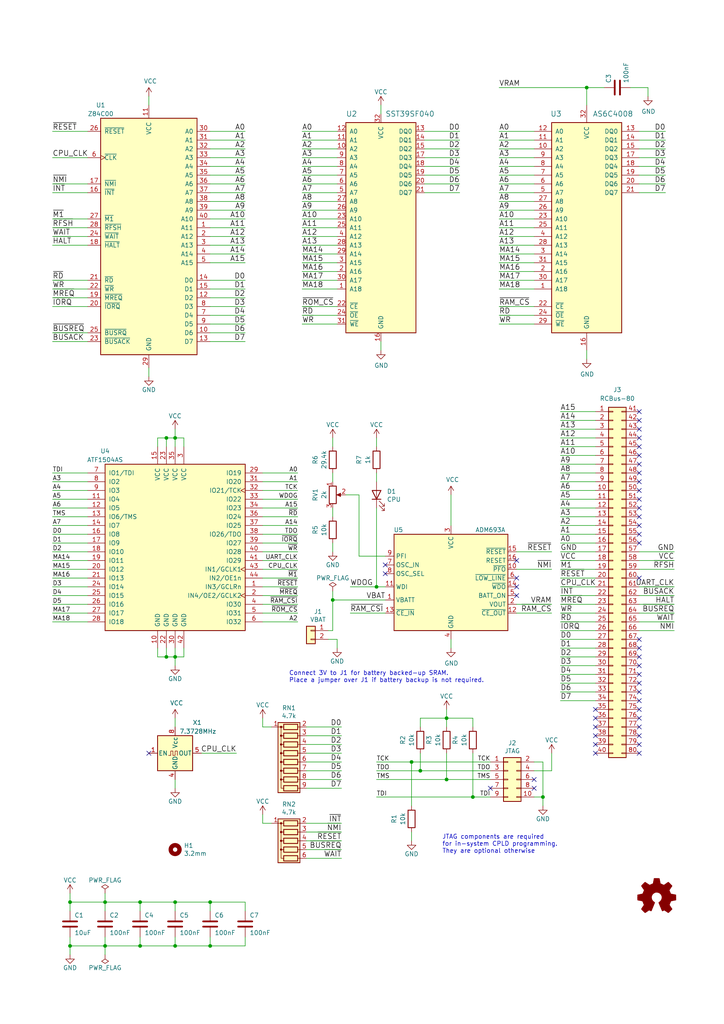
<source format=kicad_sch>
(kicad_sch (version 20211123) (generator eeschema)
  (paper "A4" portrait)
  (title_block (title "Z80-512K: RCBus Z80 CPU and Memory Module") (date "2024-01-03") (rev "2.0") (company "Designed by Sergey Kiselev") (comment 2 "Licensed under CERN-OHL-S: https://cern-ohl.web.cern.ch") (comment 3 "Documentation and design files: https://github.com/skiselev/Z80-512K") (comment 4 "Z80-512K is an open source hardware project"))
  (lib_symbols
    (symbol "CPU:Z80CPU" (pin_names (offset 1.016))
      (property "Reference" "U" (at -13.97 35.56 0))
      (property "Value" "Z80CPU" (at 6.35 35.56 0))
      (symbol "Z80CPU_1_1"
        (pin output line (at 17.78 2.54 180) (length 3.81) (name "A11") (number "1"))
        (pin bidirectional line (at 17.78 -27.94 180) (length 3.81) (name "D6") (number "10"))
        (pin power_in line (at 0 38.1 270) (length 3.81) (name "VCC") (number "11"))
        (pin bidirectional line (at 17.78 -17.78 180) (length 3.81) (name "D2") (number "12"))
        (pin bidirectional line (at 17.78 -30.48 180) (length 3.81) (name "D7") (number "13"))
        (pin bidirectional line (at 17.78 -12.7 180) (length 3.81) (name "D0") (number "14"))
        (pin bidirectional line (at 17.78 -15.24 180) (length 3.81) (name "D1") (number "15"))
        (pin input line (at -17.78 12.7 0) (length 3.81) (name "~{INT}") (number "16"))
        (pin input line (at -17.78 15.24 0) (length 3.81) (name "~{NMI}") (number "17"))
        (pin output line (at -17.78 -2.54 0) (length 3.81) (name "~{HALT}") (number "18"))
        (pin output line (at -17.78 -17.78 0) (length 3.81) (name "~{MREQ}") (number "19"))
        (pin output line (at 17.78 0 180) (length 3.81) (name "A12") (number "2"))
        (pin output line (at -17.78 -20.32 0) (length 3.81) (name "~{IORQ}") (number "20"))
        (pin output line (at -17.78 -12.7 0) (length 3.81) (name "~{RD}") (number "21"))
        (pin output line (at -17.78 -15.24 0) (length 3.81) (name "~{WR}") (number "22"))
        (pin output line (at -17.78 -30.48 0) (length 3.81) (name "~{BUSACK}") (number "23"))
        (pin input line (at -17.78 0 0) (length 3.81) (name "~{WAIT}") (number "24"))
        (pin input line (at -17.78 -27.94 0) (length 3.81) (name "~{BUSRQ}") (number "25"))
        (pin input line (at -17.78 30.48 0) (length 3.81) (name "~{RESET}") (number "26"))
        (pin output line (at -17.78 5.08 0) (length 3.81) (name "~{M1}") (number "27"))
        (pin output line (at -17.78 2.54 0) (length 3.81) (name "~{RFSH}") (number "28"))
        (pin power_in line (at 0 -38.1 90) (length 3.81) (name "GND") (number "29"))
        (pin output line (at 17.78 -2.54 180) (length 3.81) (name "A13") (number "3"))
        (pin output line (at 17.78 30.48 180) (length 3.81) (name "A0") (number "30"))
        (pin output line (at 17.78 27.94 180) (length 3.81) (name "A1") (number "31"))
        (pin output line (at 17.78 25.4 180) (length 3.81) (name "A2") (number "32"))
        (pin output line (at 17.78 22.86 180) (length 3.81) (name "A3") (number "33"))
        (pin output line (at 17.78 20.32 180) (length 3.81) (name "A4") (number "34"))
        (pin output line (at 17.78 17.78 180) (length 3.81) (name "A5") (number "35"))
        (pin output line (at 17.78 15.24 180) (length 3.81) (name "A6") (number "36"))
        (pin output line (at 17.78 12.7 180) (length 3.81) (name "A7") (number "37"))
        (pin output line (at 17.78 10.16 180) (length 3.81) (name "A8") (number "38"))
        (pin output line (at 17.78 7.62 180) (length 3.81) (name "A9") (number "39"))
        (pin output line (at 17.78 -5.08 180) (length 3.81) (name "A14") (number "4"))
        (pin output line (at 17.78 5.08 180) (length 3.81) (name "A10") (number "40"))
        (pin output line (at 17.78 -7.62 180) (length 3.81) (name "A15") (number "5"))
        (pin input clock (at -17.78 22.86 0) (length 3.81) (name "~{CLK}") (number "6"))
        (pin bidirectional line (at 17.78 -22.86 180) (length 3.81) (name "D4") (number "7"))
        (pin bidirectional line (at 17.78 -20.32 180) (length 3.81) (name "D3") (number "8"))
        (pin bidirectional line (at 17.78 -25.4 180) (length 3.81) (name "D5") (number "9"))
      )
    )
    (symbol "Connector_Generic:Conn_01x02" (pin_names (offset 1.016) hide)
      (property "Reference" "J" (at 0 2.54 0))
      (property "Value" "Conn_01x02" (at 0 -5.08 0))
      (symbol "Conn_01x02_1_1"
        (pin passive line (at -5.08 0 0) (length 3.81) (name "Pin_1") (number "1"))
        (pin passive line (at -5.08 -2.54 0) (length 3.81) (name "Pin_2") (number "2"))
      )
    )
    (symbol "Connector_Generic:Conn_02x05_Odd_Even" (pin_names (offset 1.016) hide)
      (property "Reference" "J" (at 1.27 7.62 0))
      (property "Value" "Conn_02x05_Odd_Even" (at 1.27 -7.62 0))
      (symbol "Conn_02x05_Odd_Even_1_1"
        (pin passive line (at -5.08 5.08 0) (length 3.81) (name "Pin_1") (number "1"))
        (pin passive line (at 7.62 -5.08 180) (length 3.81) (name "Pin_10") (number "10"))
        (pin passive line (at 7.62 5.08 180) (length 3.81) (name "Pin_2") (number "2"))
        (pin passive line (at -5.08 2.54 0) (length 3.81) (name "Pin_3") (number "3"))
        (pin passive line (at 7.62 2.54 180) (length 3.81) (name "Pin_4") (number "4"))
        (pin passive line (at -5.08 0 0) (length 3.81) (name "Pin_5") (number "5"))
        (pin passive line (at 7.62 0 180) (length 3.81) (name "Pin_6") (number "6"))
        (pin passive line (at -5.08 -2.54 0) (length 3.81) (name "Pin_7") (number "7"))
        (pin passive line (at 7.62 -2.54 180) (length 3.81) (name "Pin_8") (number "8"))
        (pin passive line (at -5.08 -5.08 0) (length 3.81) (name "Pin_9") (number "9"))
      )
    )
    (symbol "Connector_Generic:Conn_02x40_Top_Bottom" (pin_names (offset 1.016) hide)
      (property "Reference" "J" (at 1.27 50.8 0))
      (property "Value" "Conn_02x40_Top_Bottom" (at 1.27 -53.34 0))
      (symbol "Conn_02x40_Top_Bottom_1_1"
        (pin passive line (at -5.08 48.26 0) (length 3.81) (name "Pin_1") (number "1"))
        (pin passive line (at -5.08 25.4 0) (length 3.81) (name "Pin_10") (number "10"))
        (pin passive line (at -5.08 22.86 0) (length 3.81) (name "Pin_11") (number "11"))
        (pin passive line (at -5.08 20.32 0) (length 3.81) (name "Pin_12") (number "12"))
        (pin passive line (at -5.08 17.78 0) (length 3.81) (name "Pin_13") (number "13"))
        (pin passive line (at -5.08 15.24 0) (length 3.81) (name "Pin_14") (number "14"))
        (pin passive line (at -5.08 12.7 0) (length 3.81) (name "Pin_15") (number "15"))
        (pin passive line (at -5.08 10.16 0) (length 3.81) (name "Pin_16") (number "16"))
        (pin passive line (at -5.08 7.62 0) (length 3.81) (name "Pin_17") (number "17"))
        (pin passive line (at -5.08 5.08 0) (length 3.81) (name "Pin_18") (number "18"))
        (pin passive line (at -5.08 2.54 0) (length 3.81) (name "Pin_19") (number "19"))
        (pin passive line (at -5.08 45.72 0) (length 3.81) (name "Pin_2") (number "2"))
        (pin passive line (at -5.08 0 0) (length 3.81) (name "Pin_20") (number "20"))
        (pin passive line (at -5.08 -2.54 0) (length 3.81) (name "Pin_21") (number "21"))
        (pin passive line (at -5.08 -5.08 0) (length 3.81) (name "Pin_22") (number "22"))
        (pin passive line (at -5.08 -7.62 0) (length 3.81) (name "Pin_23") (number "23"))
        (pin passive line (at -5.08 -10.16 0) (length 3.81) (name "Pin_24") (number "24"))
        (pin passive line (at -5.08 -12.7 0) (length 3.81) (name "Pin_25") (number "25"))
        (pin passive line (at -5.08 -15.24 0) (length 3.81) (name "Pin_26") (number "26"))
        (pin passive line (at -5.08 -17.78 0) (length 3.81) (name "Pin_27") (number "27"))
        (pin passive line (at -5.08 -20.32 0) (length 3.81) (name "Pin_28") (number "28"))
        (pin passive line (at -5.08 -22.86 0) (length 3.81) (name "Pin_29") (number "29"))
        (pin passive line (at -5.08 43.18 0) (length 3.81) (name "Pin_3") (number "3"))
        (pin passive line (at -5.08 -25.4 0) (length 3.81) (name "Pin_30") (number "30"))
        (pin passive line (at -5.08 -27.94 0) (length 3.81) (name "Pin_31") (number "31"))
        (pin passive line (at -5.08 -30.48 0) (length 3.81) (name "Pin_32") (number "32"))
        (pin passive line (at -5.08 -33.02 0) (length 3.81) (name "Pin_33") (number "33"))
        (pin passive line (at -5.08 -35.56 0) (length 3.81) (name "Pin_34") (number "34"))
        (pin passive line (at -5.08 -38.1 0) (length 3.81) (name "Pin_35") (number "35"))
        (pin passive line (at -5.08 -40.64 0) (length 3.81) (name "Pin_36") (number "36"))
        (pin passive line (at -5.08 -43.18 0) (length 3.81) (name "Pin_37") (number "37"))
        (pin passive line (at -5.08 -45.72 0) (length 3.81) (name "Pin_38") (number "38"))
        (pin passive line (at -5.08 -48.26 0) (length 3.81) (name "Pin_39") (number "39"))
        (pin passive line (at -5.08 40.64 0) (length 3.81) (name "Pin_4") (number "4"))
        (pin passive line (at -5.08 -50.8 0) (length 3.81) (name "Pin_40") (number "40"))
        (pin passive line (at 7.62 48.26 180) (length 3.81) (name "Pin_41") (number "41"))
        (pin passive line (at 7.62 45.72 180) (length 3.81) (name "Pin_42") (number "42"))
        (pin passive line (at 7.62 43.18 180) (length 3.81) (name "Pin_43") (number "43"))
        (pin passive line (at 7.62 40.64 180) (length 3.81) (name "Pin_44") (number "44"))
        (pin passive line (at 7.62 38.1 180) (length 3.81) (name "Pin_45") (number "45"))
        (pin passive line (at 7.62 35.56 180) (length 3.81) (name "Pin_46") (number "46"))
        (pin passive line (at 7.62 33.02 180) (length 3.81) (name "Pin_47") (number "47"))
        (pin passive line (at 7.62 30.48 180) (length 3.81) (name "Pin_48") (number "48"))
        (pin passive line (at 7.62 27.94 180) (length 3.81) (name "Pin_49") (number "49"))
        (pin passive line (at -5.08 38.1 0) (length 3.81) (name "Pin_5") (number "5"))
        (pin passive line (at 7.62 25.4 180) (length 3.81) (name "Pin_50") (number "50"))
        (pin passive line (at 7.62 22.86 180) (length 3.81) (name "Pin_51") (number "51"))
        (pin passive line (at 7.62 20.32 180) (length 3.81) (name "Pin_52") (number "52"))
        (pin passive line (at 7.62 17.78 180) (length 3.81) (name "Pin_53") (number "53"))
        (pin passive line (at 7.62 15.24 180) (length 3.81) (name "Pin_54") (number "54"))
        (pin passive line (at 7.62 12.7 180) (length 3.81) (name "Pin_55") (number "55"))
        (pin passive line (at 7.62 10.16 180) (length 3.81) (name "Pin_56") (number "56"))
        (pin passive line (at 7.62 7.62 180) (length 3.81) (name "Pin_57") (number "57"))
        (pin passive line (at 7.62 5.08 180) (length 3.81) (name "Pin_58") (number "58"))
        (pin passive line (at 7.62 2.54 180) (length 3.81) (name "Pin_59") (number "59"))
        (pin passive line (at -5.08 35.56 0) (length 3.81) (name "Pin_6") (number "6"))
        (pin passive line (at 7.62 0 180) (length 3.81) (name "Pin_60") (number "60"))
        (pin passive line (at 7.62 -2.54 180) (length 3.81) (name "Pin_61") (number "61"))
        (pin passive line (at 7.62 -5.08 180) (length 3.81) (name "Pin_62") (number "62"))
        (pin passive line (at 7.62 -7.62 180) (length 3.81) (name "Pin_63") (number "63"))
        (pin passive line (at 7.62 -10.16 180) (length 3.81) (name "Pin_64") (number "64"))
        (pin passive line (at 7.62 -12.7 180) (length 3.81) (name "Pin_65") (number "65"))
        (pin passive line (at 7.62 -15.24 180) (length 3.81) (name "Pin_66") (number "66"))
        (pin passive line (at 7.62 -17.78 180) (length 3.81) (name "Pin_67") (number "67"))
        (pin passive line (at 7.62 -20.32 180) (length 3.81) (name "Pin_68") (number "68"))
        (pin passive line (at 7.62 -22.86 180) (length 3.81) (name "Pin_69") (number "69"))
        (pin passive line (at -5.08 33.02 0) (length 3.81) (name "Pin_7") (number "7"))
        (pin passive line (at 7.62 -25.4 180) (length 3.81) (name "Pin_70") (number "70"))
        (pin passive line (at 7.62 -27.94 180) (length 3.81) (name "Pin_71") (number "71"))
        (pin passive line (at 7.62 -30.48 180) (length 3.81) (name "Pin_72") (number "72"))
        (pin passive line (at 7.62 -33.02 180) (length 3.81) (name "Pin_73") (number "73"))
        (pin passive line (at 7.62 -35.56 180) (length 3.81) (name "Pin_74") (number "74"))
        (pin passive line (at 7.62 -38.1 180) (length 3.81) (name "Pin_75") (number "75"))
        (pin passive line (at 7.62 -40.64 180) (length 3.81) (name "Pin_76") (number "76"))
        (pin passive line (at 7.62 -43.18 180) (length 3.81) (name "Pin_77") (number "77"))
        (pin passive line (at 7.62 -45.72 180) (length 3.81) (name "Pin_78") (number "78"))
        (pin passive line (at 7.62 -48.26 180) (length 3.81) (name "Pin_79") (number "79"))
        (pin passive line (at -5.08 30.48 0) (length 3.81) (name "Pin_8") (number "8"))
        (pin passive line (at 7.62 -50.8 180) (length 3.81) (name "Pin_80") (number "80"))
        (pin passive line (at -5.08 27.94 0) (length 3.81) (name "Pin_9") (number "9"))
      )
    )
    (symbol "Device:C" (pin_numbers hide) (pin_names (offset 0.254))
      (property "Reference" "C" (at 0.635 2.54 0))
      (property "Value" "C" (at 0.635 -2.54 0))
      (symbol "C_1_1"
        (pin passive line (at 0 3.81 270) (length 2.794) (name "~") (number "1"))
        (pin passive line (at 0 -3.81 90) (length 2.794) (name "~") (number "2"))
      )
    )
    (symbol "Device:LED" (pin_numbers hide) (pin_names (offset 1.016) hide)
      (property "Reference" "D" (at 0 2.54 0))
      (property "Value" "LED" (at 0 -2.54 0))
      (symbol "LED_1_1"
        (pin passive line (at -3.81 0 0) (length 2.54) (name "K") (number "1"))
        (pin passive line (at 3.81 0 180) (length 2.54) (name "A") (number "2"))
      )
    )
    (symbol "Device:R" (pin_numbers hide) (pin_names (offset 0))
      (property "Reference" "R" (at 2.032 0 90))
      (property "Value" "R" (at 0 0 90))
      (symbol "R_1_1"
        (pin passive line (at 0 3.81 270) (length 1.27) (name "~") (number "1"))
        (pin passive line (at 0 -3.81 90) (length 1.27) (name "~") (number "2"))
      )
    )
    (symbol "Device:R_Network05" (pin_names (offset 0) hide)
      (property "Reference" "RN" (at -7.62 0 90))
      (property "Value" "R_Network05" (at 7.62 0 90))
      (symbol "R_Network05_1_1"
        (pin passive line (at -5.08 5.08 270) (length 2.54) (name "common") (number "1"))
        (pin passive line (at -5.08 -5.08 90) (length 1.27) (name "R1") (number "2"))
        (pin passive line (at -2.54 -5.08 90) (length 1.27) (name "R2") (number "3"))
        (pin passive line (at 0 -5.08 90) (length 1.27) (name "R3") (number "4"))
        (pin passive line (at 2.54 -5.08 90) (length 1.27) (name "R4") (number "5"))
        (pin passive line (at 5.08 -5.08 90) (length 1.27) (name "R5") (number "6"))
      )
    )
    (symbol "Device:R_Network08" (pin_names (offset 0) hide)
      (property "Reference" "RN" (at -12.7 0 90))
      (property "Value" "R_Network08" (at 10.16 0 90))
      (symbol "R_Network08_1_1"
        (pin passive line (at -10.16 5.08 270) (length 2.54) (name "common") (number "1"))
        (pin passive line (at -10.16 -5.08 90) (length 1.27) (name "R1") (number "2"))
        (pin passive line (at -7.62 -5.08 90) (length 1.27) (name "R2") (number "3"))
        (pin passive line (at -5.08 -5.08 90) (length 1.27) (name "R3") (number "4"))
        (pin passive line (at -2.54 -5.08 90) (length 1.27) (name "R4") (number "5"))
        (pin passive line (at 0 -5.08 90) (length 1.27) (name "R5") (number "6"))
        (pin passive line (at 2.54 -5.08 90) (length 1.27) (name "R6") (number "7"))
        (pin passive line (at 5.08 -5.08 90) (length 1.27) (name "R7") (number "8"))
        (pin passive line (at 7.62 -5.08 90) (length 1.27) (name "R8") (number "9"))
      )
    )
    (symbol "Device:R_Potentiometer" (pin_names (offset 1.016) hide)
      (property "Reference" "RV" (at -4.445 0 90))
      (property "Value" "R_Potentiometer" (at -2.54 0 90))
      (symbol "R_Potentiometer_1_1"
        (pin passive line (at 0 3.81 270) (length 1.27) (name "1") (number "1"))
        (pin passive line (at 3.81 0 180) (length 1.27) (name "2") (number "2"))
        (pin passive line (at 0 -3.81 90) (length 1.27) (name "3") (number "3"))
      )
    )
    (symbol "Graphic:Logo_Open_Hardware_Small" (pin_names (offset 1.016)))
    (symbol "Mechanical:MountingHole" (pin_names (offset 1.016))
      (property "Reference" "H" (at 0 5.08 0))
      (property "Value" "MountingHole" (at 0 3.175 0))
    )
    (symbol "Oscillator:CXO_DIP8" (pin_names (offset 0.254))
      (property "Reference" "X" (at -5.08 6.35 0))
      (property "Value" "CXO_DIP8" (at 1.27 -6.35 0))
      (symbol "CXO_DIP8_1_1"
        (pin input line (at -7.62 0 0) (length 2.54) (name "EN") (number "1"))
        (pin power_in line (at 0 -7.62 90) (length 2.54) (name "GND") (number "4"))
        (pin output line (at 7.62 0 180) (length 2.54) (name "OUT") (number "5"))
        (pin power_in line (at 0 7.62 270) (length 2.54) (name "Vcc") (number "8"))
      )
    )
    (symbol "Power_Supervisor:MAX691xWE"
      (property "Reference" "U" (at -15.24 13.97 0))
      (property "Value" "MAX691xWE" (at 5.08 13.97 0))
      (symbol "MAX691xWE_1_1"
        (pin power_in line (at -19.05 -6.35 0) (length 2.54) (name "VBATT") (number "1"))
        (pin output line (at 19.05 2.54 180) (length 2.54) (name "~{PFO}") (number "10"))
        (pin input line (at -19.05 -2.54 0) (length 2.54) (name "WDI") (number "11"))
        (pin output line (at 19.05 -10.16 180) (length 2.54) (name "~{CE_OUT}") (number "12"))
        (pin input line (at -19.05 -10.16 0) (length 2.54) (name "~{CE_IN}") (number "13"))
        (pin output line (at 19.05 -2.54 180) (length 2.54) (name "~{WDO}") (number "14"))
        (pin output line (at 19.05 7.62 180) (length 2.54) (name "~{RESET}") (number "15"))
        (pin output line (at 19.05 5.08 180) (length 2.54) (name "RESET") (number "16"))
        (pin power_out line (at 19.05 -7.62 180) (length 2.54) (name "VOUT") (number "2"))
        (pin power_in line (at 0 15.24 270) (length 2.54) (name "VCC") (number "3"))
        (pin power_in line (at 0 -17.78 90) (length 2.54) (name "GND") (number "4"))
        (pin output line (at 19.05 -5.08 180) (length 2.54) (name "BATT_ON") (number "5"))
        (pin output line (at 19.05 0 180) (length 2.54) (name "~{LOW_LINE}") (number "6"))
        (pin input line (at -19.05 3.81 0) (length 2.54) (name "OSC_IN") (number "7"))
        (pin input line (at -19.05 1.27 0) (length 2.54) (name "OSC_SEL") (number "8"))
        (pin input line (at -19.05 6.35 0) (length 2.54) (name "PFI") (number "9"))
      )
    )
    (symbol "my_components:AS6C4008" (pin_names (offset 1.016))
      (property "Reference" "U" (at -10.16 34.29 0))
      (property "Value" "AS6C4008" (at -10.16 31.75 0))
      (symbol "AS6C4008_1_1"
        (pin input line (at -15.24 -17.78 0) (length 5.08) (name "A18") (number "1"))
        (pin input line (at -15.24 22.86 0) (length 5.08) (name "A2") (number "10"))
        (pin input line (at -15.24 25.4 0) (length 5.08) (name "A1") (number "11"))
        (pin input line (at -15.24 27.94 0) (length 5.08) (name "A0") (number "12"))
        (pin bidirectional line (at 15.24 27.94 180) (length 5.08) (name "DQ0") (number "13"))
        (pin bidirectional line (at 15.24 25.4 180) (length 5.08) (name "DQ1") (number "14"))
        (pin bidirectional line (at 15.24 22.86 180) (length 5.08) (name "DQ2") (number "15"))
        (pin power_in line (at 0 -35.56 90) (length 5.08) (name "GND") (number "16"))
        (pin bidirectional line (at 15.24 20.32 180) (length 5.08) (name "DQ3") (number "17"))
        (pin bidirectional line (at 15.24 17.78 180) (length 5.08) (name "DQ4") (number "18"))
        (pin bidirectional line (at 15.24 15.24 180) (length 5.08) (name "DQ5") (number "19"))
        (pin input line (at -15.24 -12.7 0) (length 5.08) (name "A16") (number "2"))
        (pin bidirectional line (at 15.24 12.7 180) (length 5.08) (name "DQ6") (number "20"))
        (pin bidirectional line (at 15.24 10.16 180) (length 5.08) (name "DQ7") (number "21"))
        (pin input line (at -15.24 -22.86 0) (length 5.08) (name "~{CE}") (number "22"))
        (pin input line (at -15.24 2.54 0) (length 5.08) (name "A10") (number "23"))
        (pin input line (at -15.24 -25.4 0) (length 5.08) (name "~{OE}") (number "24"))
        (pin input line (at -15.24 0 0) (length 5.08) (name "A11") (number "25"))
        (pin input line (at -15.24 5.08 0) (length 5.08) (name "A9") (number "26"))
        (pin input line (at -15.24 7.62 0) (length 5.08) (name "A8") (number "27"))
        (pin input line (at -15.24 -5.08 0) (length 5.08) (name "A13") (number "28"))
        (pin input line (at -15.24 -27.94 0) (length 5.08) (name "~{WE}") (number "29"))
        (pin input line (at -15.24 -7.62 0) (length 5.08) (name "A14") (number "3"))
        (pin input line (at -15.24 -15.24 0) (length 5.08) (name "A17") (number "30"))
        (pin input line (at -15.24 -10.16 0) (length 5.08) (name "A15") (number "31"))
        (pin power_in line (at 0 35.56 270) (length 5.08) (name "VCC") (number "32"))
        (pin input line (at -15.24 -2.54 0) (length 5.08) (name "A12") (number "4"))
        (pin input line (at -15.24 10.16 0) (length 5.08) (name "A7") (number "5"))
        (pin input line (at -15.24 12.7 0) (length 5.08) (name "A6") (number "6"))
        (pin input line (at -15.24 15.24 0) (length 5.08) (name "A5") (number "7"))
        (pin input line (at -15.24 17.78 0) (length 5.08) (name "A4") (number "8"))
        (pin input line (at -15.24 20.32 0) (length 5.08) (name "A3") (number "9"))
      )
    )
    (symbol "my_components:EPM7064AELC44" (pin_names (offset 1.016))
      (property "Reference" "U" (at 10.16 25.4 0))
      (property "Value" "EPM7064AELC44" (at 10.16 -25.4 0))
      (symbol "EPM7064AELC44_1_1"
        (pin bidirectional line (at 25.4 -11.43 180) (length 5.08) (name "IN3/GCLRn") (number "1"))
        (pin power_in line (at -5.08 -29.21 90) (length 5.08) (name "GND") (number "10"))
        (pin bidirectional line (at -25.4 13.97 0) (length 5.08) (name "IO4") (number "11"))
        (pin bidirectional line (at -25.4 11.43 0) (length 5.08) (name "IO5") (number "12"))
        (pin bidirectional line (at -25.4 8.89 0) (length 5.08) (name "IO6/TMS") (number "13"))
        (pin bidirectional line (at -25.4 6.35 0) (length 5.08) (name "IO7") (number "14"))
        (pin power_in line (at -5.08 29.21 270) (length 5.08) (name "VCC") (number "15"))
        (pin bidirectional line (at -25.4 3.81 0) (length 5.08) (name "IO8") (number "16"))
        (pin bidirectional line (at -25.4 1.27 0) (length 5.08) (name "IO9") (number "17"))
        (pin bidirectional line (at -25.4 -1.27 0) (length 5.08) (name "IO10") (number "18"))
        (pin bidirectional line (at -25.4 -3.81 0) (length 5.08) (name "IO11") (number "19"))
        (pin bidirectional clock (at 25.4 -13.97 180) (length 5.08) (name "IN4/OE2/GCLK2") (number "2"))
        (pin bidirectional line (at -25.4 -6.35 0) (length 5.08) (name "IO12") (number "20"))
        (pin bidirectional line (at -25.4 -8.89 0) (length 5.08) (name "IO13") (number "21"))
        (pin power_in line (at -2.54 -29.21 90) (length 5.08) (name "GND") (number "22"))
        (pin power_in line (at -2.54 29.21 270) (length 5.08) (name "VCC") (number "23"))
        (pin bidirectional line (at -25.4 -11.43 0) (length 5.08) (name "IO14") (number "24"))
        (pin bidirectional line (at -25.4 -13.97 0) (length 5.08) (name "IO15") (number "25"))
        (pin bidirectional line (at -25.4 -16.51 0) (length 5.08) (name "IO16") (number "26"))
        (pin bidirectional line (at -25.4 -19.05 0) (length 5.08) (name "IO17") (number "27"))
        (pin bidirectional line (at -25.4 -21.59 0) (length 5.08) (name "IO18") (number "28"))
        (pin bidirectional line (at 25.4 21.59 180) (length 5.08) (name "IO19") (number "29"))
        (pin power_in line (at 2.54 29.21 270) (length 5.08) (name "VCC") (number "3"))
        (pin power_in line (at 0 -29.21 90) (length 5.08) (name "GND") (number "30"))
        (pin bidirectional line (at 25.4 19.05 180) (length 5.08) (name "IO20") (number "31"))
        (pin bidirectional clock (at 25.4 16.51 180) (length 5.08) (name "IO21/TCK") (number "32"))
        (pin bidirectional line (at 25.4 13.97 180) (length 5.08) (name "IO22") (number "33"))
        (pin bidirectional line (at 25.4 11.43 180) (length 5.08) (name "IO23") (number "34"))
        (pin power_in line (at 0 29.21 270) (length 5.08) (name "VCC") (number "35"))
        (pin bidirectional line (at 25.4 8.89 180) (length 5.08) (name "IO24") (number "36"))
        (pin bidirectional line (at 25.4 6.35 180) (length 5.08) (name "IO25") (number "37"))
        (pin bidirectional line (at 25.4 3.81 180) (length 5.08) (name "IO26/TDO") (number "38"))
        (pin bidirectional line (at 25.4 1.27 180) (length 5.08) (name "IO27") (number "39"))
        (pin bidirectional line (at 25.4 -16.51 180) (length 5.08) (name "IO30") (number "4"))
        (pin bidirectional line (at 25.4 -1.27 180) (length 5.08) (name "IO28") (number "40"))
        (pin bidirectional line (at 25.4 -3.81 180) (length 5.08) (name "IO29") (number "41"))
        (pin power_in line (at 2.54 -29.21 90) (length 5.08) (name "GND") (number "42"))
        (pin bidirectional clock (at 25.4 -6.35 180) (length 5.08) (name "IN1/GCLK1") (number "43"))
        (pin bidirectional line (at 25.4 -8.89 180) (length 5.08) (name "IN2/OE1n") (number "44"))
        (pin bidirectional line (at 25.4 -19.05 180) (length 5.08) (name "IO31") (number "5"))
        (pin bidirectional line (at 25.4 -21.59 180) (length 5.08) (name "IO32") (number "6"))
        (pin bidirectional line (at -25.4 21.59 0) (length 5.08) (name "IO1/TDI") (number "7"))
        (pin bidirectional line (at -25.4 19.05 0) (length 5.08) (name "IO2") (number "8"))
        (pin bidirectional line (at -25.4 16.51 0) (length 5.08) (name "IO3") (number "9"))
      )
    )
    (symbol "my_components:SST39SF040" (pin_names (offset 1.016))
      (property "Reference" "U" (at -10.16 34.29 0))
      (property "Value" "SST39SF040" (at -10.16 31.75 0))
      (symbol "SST39SF040_1_1"
        (pin input line (at -12.7 -17.78 0) (length 2.54) (name "A18") (number "1"))
        (pin input line (at -12.7 22.86 0) (length 2.54) (name "A2") (number "10"))
        (pin input line (at -12.7 25.4 0) (length 2.54) (name "A1") (number "11"))
        (pin input line (at -12.7 27.94 0) (length 2.54) (name "A0") (number "12"))
        (pin bidirectional line (at 12.7 27.94 180) (length 2.54) (name "DQ0") (number "13"))
        (pin bidirectional line (at 12.7 25.4 180) (length 2.54) (name "DQ1") (number "14"))
        (pin bidirectional line (at 12.7 22.86 180) (length 2.54) (name "DQ2") (number "15"))
        (pin power_in line (at 0 -33.02 90) (length 2.54) (name "GND") (number "16"))
        (pin bidirectional line (at 12.7 20.32 180) (length 2.54) (name "DQ3") (number "17"))
        (pin bidirectional line (at 12.7 17.78 180) (length 2.54) (name "DQ4") (number "18"))
        (pin bidirectional line (at 12.7 15.24 180) (length 2.54) (name "DQ5") (number "19"))
        (pin input line (at -12.7 -12.7 0) (length 2.54) (name "A16") (number "2"))
        (pin bidirectional line (at 12.7 12.7 180) (length 2.54) (name "DQ6") (number "20"))
        (pin bidirectional line (at 12.7 10.16 180) (length 2.54) (name "DQ7") (number "21"))
        (pin input line (at -12.7 -22.86 0) (length 2.54) (name "~{CE}") (number "22"))
        (pin input line (at -12.7 2.54 0) (length 2.54) (name "A10") (number "23"))
        (pin input line (at -12.7 -25.4 0) (length 2.54) (name "~{OE}") (number "24"))
        (pin input line (at -12.7 0 0) (length 2.54) (name "A11") (number "25"))
        (pin input line (at -12.7 5.08 0) (length 2.54) (name "A9") (number "26"))
        (pin input line (at -12.7 7.62 0) (length 2.54) (name "A8") (number "27"))
        (pin input line (at -12.7 -5.08 0) (length 2.54) (name "A13") (number "28"))
        (pin input line (at -12.7 -7.62 0) (length 2.54) (name "A14") (number "29"))
        (pin input line (at -12.7 -10.16 0) (length 2.54) (name "A15") (number "3"))
        (pin input line (at -12.7 -15.24 0) (length 2.54) (name "A17") (number "30"))
        (pin input line (at -12.7 -27.94 0) (length 2.54) (name "~{WE}") (number "31"))
        (pin power_in line (at 0 33.02 270) (length 2.54) (name "VCC") (number "32"))
        (pin input line (at -12.7 -2.54 0) (length 2.54) (name "A12") (number "4"))
        (pin input line (at -12.7 10.16 0) (length 2.54) (name "A7") (number "5"))
        (pin input line (at -12.7 12.7 0) (length 2.54) (name "A6") (number "6"))
        (pin input line (at -12.7 15.24 0) (length 2.54) (name "A5") (number "7"))
        (pin input line (at -12.7 17.78 0) (length 2.54) (name "A4") (number "8"))
        (pin input line (at -12.7 20.32 0) (length 2.54) (name "A3") (number "9"))
      )
    )
    (symbol "power:GND" (power) (pin_names (offset 0))
      (property "Value" "GND" (at 0 -3.81 0))
      (symbol "GND_1_1"
        (pin power_in line (at 0 0 270) (length 0) hide (name "GND") (number "1"))
      )
    )
    (symbol "power:PWR_FLAG" (power) (pin_numbers hide) (pin_names (offset 0) hide)
      (property "Value" "PWR_FLAG" (at 0 3.81 0))
      (symbol "PWR_FLAG_0_0"
        (pin power_out line (at 0 0 90) (length 0) (name "pwr") (number "1"))
      )
    )
    (symbol "power:VCC" (power) (pin_names (offset 0))
      (property "Value" "VCC" (at 0 3.81 0))
      (symbol "VCC_1_1"
        (pin power_in line (at 0 0 90) (length 0) hide (name "VCC") (number "1"))
      )
    )
  )
  (junction (at 96.52 173.99))
  (junction (at 119.38 220.98))
  (junction (at 109.22 170.18))
  (junction (at 20.32 274.32))
  (junction (at 50.8 190.5))
  (junction (at 50.8 274.32))
  (junction (at 129.54 226.06))
  (junction (at 30.48 274.32))
  (junction (at 20.32 261.62))
  (junction (at 48.26 190.5))
  (junction (at 40.64 261.62))
  (junction (at 121.92 223.52))
  (junction (at 50.8 261.62))
  (junction (at 40.64 274.32))
  (junction (at 170.18 25.4))
  (junction (at 60.96 274.32))
  (junction (at 50.8 127))
  (junction (at 30.48 261.62))
  (junction (at 137.16 231.14))
  (junction (at 60.96 261.62))
  (junction (at 48.26 127))
  (junction (at 157.48 231.14))
  (junction (at 129.54 208.28))
  (no_connect (at 185.42 127))
  (no_connect (at 185.42 134.62))
  (no_connect (at 185.42 205.74))
  (no_connect (at 185.42 213.36))
  (no_connect (at 111.76 166.37))
  (no_connect (at 185.42 200.66))
  (no_connect (at 149.86 170.18))
  (no_connect (at 185.42 208.28))
  (no_connect (at 142.24 228.6))
  (no_connect (at 185.42 149.86))
  (no_connect (at 185.42 129.54))
  (no_connect (at 185.42 139.7))
  (no_connect (at 149.86 172.72))
  (no_connect (at 172.72 213.36))
  (no_connect (at 185.42 132.08))
  (no_connect (at 185.42 154.94))
  (no_connect (at 111.76 163.83))
  (no_connect (at 185.42 187.96))
  (no_connect (at 185.42 152.4))
  (no_connect (at 149.86 167.64))
  (no_connect (at 185.42 195.58))
  (no_connect (at 172.72 205.74))
  (no_connect (at 185.42 198.12))
  (no_connect (at 172.72 208.28))
  (no_connect (at 43.18 218.44))
  (no_connect (at 172.72 215.9))
  (no_connect (at 185.42 203.2))
  (no_connect (at 185.42 185.42))
  (no_connect (at 172.72 218.44))
  (no_connect (at 185.42 215.9))
  (no_connect (at 185.42 147.32))
  (no_connect (at 185.42 142.24))
  (no_connect (at 185.42 144.78))
  (no_connect (at 185.42 119.38))
  (no_connect (at 185.42 193.04))
  (no_connect (at 185.42 167.64))
  (no_connect (at 149.86 162.56))
  (no_connect (at 154.94 228.6))
  (no_connect (at 154.94 226.06))
  (no_connect (at 185.42 218.44))
  (no_connect (at 185.42 137.16))
  (no_connect (at 185.42 157.48))
  (no_connect (at 172.72 210.82))
  (no_connect (at 185.42 190.5))
  (no_connect (at 185.42 121.92))
  (no_connect (at 185.42 124.46))
  (no_connect (at 185.42 210.82))
  (wire (pts (xy 48.26 187.96) (xy 48.26 190.5)))
  (wire (pts (xy 88.9 218.44) (xy 99.06 218.44)))
  (wire (pts (xy 172.72 200.66) (xy 162.56 200.66)))
  (wire (pts (xy 87.63 88.9) (xy 97.79 88.9)))
  (wire (pts (xy 60.96 93.98) (xy 71.12 93.98)))
  (wire (pts (xy 50.8 187.96) (xy 50.8 190.5)))
  (wire (pts (xy 172.72 162.56) (xy 162.56 162.56)))
  (wire (pts (xy 187.96 25.4) (xy 187.96 27.94)))
  (wire (pts (xy 185.42 162.56) (xy 195.58 162.56)))
  (wire (pts (xy 172.72 137.16) (xy 162.56 137.16)))
  (wire (pts (xy 15.24 55.88) (xy 25.4 55.88)))
  (wire (pts (xy 50.8 274.32) (xy 60.96 274.32)))
  (wire (pts (xy 60.96 43.18) (xy 71.12 43.18)))
  (wire (pts (xy 97.79 83.82) (xy 87.63 83.82)))
  (wire (pts (xy 154.94 38.1) (xy 144.78 38.1)))
  (wire (pts (xy 86.36 137.16) (xy 76.2 137.16)))
  (wire (pts (xy 172.72 180.34) (xy 162.56 180.34)))
  (wire (pts (xy 30.48 259.08) (xy 30.48 261.62)))
  (wire (pts (xy 60.96 55.88) (xy 71.12 55.88)))
  (wire (pts (xy 25.4 137.16) (xy 15.24 137.16)))
  (wire (pts (xy 50.8 127) (xy 50.8 124.46)))
  (wire (pts (xy 60.96 40.64) (xy 71.12 40.64)))
  (wire (pts (xy 172.72 129.54) (xy 162.56 129.54)))
  (wire (pts (xy 86.36 139.7) (xy 76.2 139.7)))
  (wire (pts (xy 86.36 160.02) (xy 76.2 160.02)))
  (wire (pts (xy 129.54 210.82) (xy 129.54 208.28)))
  (wire (pts (xy 88.9 210.82) (xy 99.06 210.82)))
  (wire (pts (xy 137.16 208.28) (xy 137.16 210.82)))
  (wire (pts (xy 172.72 203.2) (xy 162.56 203.2)))
  (wire (pts (xy 109.22 231.14) (xy 137.16 231.14)))
  (wire (pts (xy 20.32 274.32) (xy 20.32 276.86)))
  (wire (pts (xy 25.4 175.26) (xy 15.24 175.26)))
  (wire (pts (xy 86.36 149.86) (xy 76.2 149.86)))
  (wire (pts (xy 40.64 274.32) (xy 50.8 274.32)))
  (wire (pts (xy 97.79 93.98) (xy 87.63 93.98)))
  (wire (pts (xy 60.96 58.42) (xy 71.12 58.42)))
  (wire (pts (xy 172.72 190.5) (xy 162.56 190.5)))
  (wire (pts (xy 25.4 160.02) (xy 15.24 160.02)))
  (wire (pts (xy 172.72 175.26) (xy 162.56 175.26)))
  (wire (pts (xy 60.96 274.32) (xy 71.12 274.32)))
  (wire (pts (xy 154.94 66.04) (xy 144.78 66.04)))
  (wire (pts (xy 123.19 38.1) (xy 133.35 38.1)))
  (wire (pts (xy 60.96 73.66) (xy 71.12 73.66)))
  (wire (pts (xy 154.94 40.64) (xy 144.78 40.64)))
  (wire (pts (xy 76.2 238.76) (xy 76.2 236.22)))
  (wire (pts (xy 60.96 271.78) (xy 60.96 274.32)))
  (wire (pts (xy 121.92 210.82) (xy 121.92 208.28)))
  (wire (pts (xy 25.4 149.86) (xy 15.24 149.86)))
  (wire (pts (xy 45.72 190.5) (xy 48.26 190.5)))
  (wire (pts (xy 175.26 25.4) (xy 170.18 25.4)))
  (wire (pts (xy 25.4 154.94) (xy 15.24 154.94)))
  (wire (pts (xy 172.72 119.38) (xy 162.56 119.38)))
  (wire (pts (xy 154.94 76.2) (xy 144.78 76.2)))
  (wire (pts (xy 185.42 45.72) (xy 193.04 45.72)))
  (wire (pts (xy 25.4 165.1) (xy 15.24 165.1)))
  (wire (pts (xy 97.79 66.04) (xy 87.63 66.04)))
  (wire (pts (xy 97.79 58.42) (xy 87.63 58.42)))
  (wire (pts (xy 123.19 40.64) (xy 133.35 40.64)))
  (wire (pts (xy 25.4 38.1) (xy 15.24 38.1)))
  (wire (pts (xy 119.38 243.84) (xy 119.38 241.3)))
  (wire (pts (xy 172.72 165.1) (xy 162.56 165.1)))
  (wire (pts (xy 86.36 165.1) (xy 76.2 165.1)))
  (wire (pts (xy 123.19 55.88) (xy 133.35 55.88)))
  (wire (pts (xy 25.4 99.06) (xy 15.24 99.06)))
  (wire (pts (xy 154.94 43.18) (xy 144.78 43.18)))
  (wire (pts (xy 88.9 223.52) (xy 99.06 223.52)))
  (wire (pts (xy 130.81 185.42) (xy 130.81 187.96)))
  (wire (pts (xy 88.9 213.36) (xy 99.06 213.36)))
  (wire (pts (xy 45.72 127) (xy 48.26 127)))
  (wire (pts (xy 30.48 264.16) (xy 30.48 261.62)))
  (wire (pts (xy 96.52 173.99) (xy 111.76 173.99)))
  (wire (pts (xy 86.36 172.72) (xy 76.2 172.72)))
  (wire (pts (xy 172.72 132.08) (xy 162.56 132.08)))
  (wire (pts (xy 97.79 50.8) (xy 87.63 50.8)))
  (wire (pts (xy 96.52 157.48) (xy 96.52 160.02)))
  (wire (pts (xy 60.96 264.16) (xy 60.96 261.62)))
  (wire (pts (xy 60.96 38.1) (xy 71.12 38.1)))
  (wire (pts (xy 172.72 172.72) (xy 162.56 172.72)))
  (wire (pts (xy 157.48 231.14) (xy 154.94 231.14)))
  (wire (pts (xy 96.52 127) (xy 96.52 129.54)))
  (wire (pts (xy 97.79 48.26) (xy 87.63 48.26)))
  (wire (pts (xy 99.06 243.84) (xy 88.9 243.84)))
  (wire (pts (xy 154.94 68.58) (xy 144.78 68.58)))
  (wire (pts (xy 45.72 187.96) (xy 45.72 190.5)))
  (wire (pts (xy 78.74 238.76) (xy 76.2 238.76)))
  (wire (pts (xy 185.42 160.02) (xy 195.58 160.02)))
  (wire (pts (xy 50.8 210.82) (xy 50.8 208.28)))
  (wire (pts (xy 20.32 271.78) (xy 20.32 274.32)))
  (wire (pts (xy 149.86 165.1) (xy 160.02 165.1)))
  (wire (pts (xy 172.72 147.32) (xy 162.56 147.32)))
  (wire (pts (xy 60.96 60.96) (xy 71.12 60.96)))
  (wire (pts (xy 15.24 45.72) (xy 25.4 45.72)))
  (wire (pts (xy 86.36 147.32) (xy 76.2 147.32)))
  (wire (pts (xy 30.48 261.62) (xy 40.64 261.62)))
  (wire (pts (xy 119.38 220.98) (xy 109.22 220.98)))
  (wire (pts (xy 30.48 274.32) (xy 40.64 274.32)))
  (wire (pts (xy 50.8 127) (xy 53.34 127)))
  (wire (pts (xy 40.64 271.78) (xy 40.64 274.32)))
  (wire (pts (xy 170.18 30.48) (xy 170.18 25.4)))
  (wire (pts (xy 154.94 50.8) (xy 144.78 50.8)))
  (wire (pts (xy 50.8 193.04) (xy 50.8 190.5)))
  (wire (pts (xy 172.72 124.46) (xy 162.56 124.46)))
  (wire (pts (xy 30.48 271.78) (xy 30.48 274.32)))
  (wire (pts (xy 25.4 144.78) (xy 15.24 144.78)))
  (wire (pts (xy 48.26 129.54) (xy 48.26 127)))
  (wire (pts (xy 86.36 157.48) (xy 76.2 157.48)))
  (wire (pts (xy 129.54 218.44) (xy 129.54 226.06)))
  (wire (pts (xy 50.8 129.54) (xy 50.8 127)))
  (wire (pts (xy 129.54 226.06) (xy 142.24 226.06)))
  (wire (pts (xy 97.79 40.64) (xy 87.63 40.64)))
  (wire (pts (xy 185.42 172.72) (xy 195.58 172.72)))
  (wire (pts (xy 76.2 210.82) (xy 78.74 210.82)))
  (wire (pts (xy 123.19 43.18) (xy 133.35 43.18)))
  (wire (pts (xy 185.42 53.34) (xy 193.04 53.34)))
  (wire (pts (xy 109.22 147.32) (xy 109.22 170.18)))
  (wire (pts (xy 97.79 53.34) (xy 87.63 53.34)))
  (wire (pts (xy 88.9 220.98) (xy 99.06 220.98)))
  (wire (pts (xy 97.79 68.58) (xy 87.63 68.58)))
  (wire (pts (xy 15.24 53.34) (xy 25.4 53.34)))
  (wire (pts (xy 96.52 171.45) (xy 96.52 173.99)))
  (wire (pts (xy 172.72 134.62) (xy 162.56 134.62)))
  (wire (pts (xy 172.72 195.58) (xy 162.56 195.58)))
  (wire (pts (xy 60.96 68.58) (xy 71.12 68.58)))
  (wire (pts (xy 20.32 274.32) (xy 30.48 274.32)))
  (wire (pts (xy 185.42 38.1) (xy 193.04 38.1)))
  (wire (pts (xy 109.22 226.06) (xy 129.54 226.06)))
  (wire (pts (xy 97.79 78.74) (xy 87.63 78.74)))
  (wire (pts (xy 97.79 43.18) (xy 87.63 43.18)))
  (wire (pts (xy 172.72 144.78) (xy 162.56 144.78)))
  (wire (pts (xy 48.26 190.5) (xy 50.8 190.5)))
  (wire (pts (xy 88.9 248.92) (xy 99.06 248.92)))
  (wire (pts (xy 60.96 83.82) (xy 71.12 83.82)))
  (wire (pts (xy 25.4 157.48) (xy 15.24 157.48)))
  (wire (pts (xy 154.94 91.44) (xy 144.78 91.44)))
  (wire (pts (xy 172.72 139.7) (xy 162.56 139.7)))
  (wire (pts (xy 154.94 81.28) (xy 144.78 81.28)))
  (wire (pts (xy 123.19 48.26) (xy 133.35 48.26)))
  (wire (pts (xy 25.4 142.24) (xy 15.24 142.24)))
  (wire (pts (xy 101.6 177.8) (xy 111.76 177.8)))
  (wire (pts (xy 25.4 167.64) (xy 15.24 167.64)))
  (wire (pts (xy 185.42 50.8) (xy 193.04 50.8)))
  (wire (pts (xy 154.94 58.42) (xy 144.78 58.42)))
  (wire (pts (xy 60.96 48.26) (xy 71.12 48.26)))
  (wire (pts (xy 185.42 182.88) (xy 195.58 182.88)))
  (wire (pts (xy 154.94 73.66) (xy 144.78 73.66)))
  (wire (pts (xy 185.42 40.64) (xy 193.04 40.64)))
  (wire (pts (xy 157.48 220.98) (xy 157.48 231.14)))
  (wire (pts (xy 172.72 193.04) (xy 162.56 193.04)))
  (wire (pts (xy 43.18 30.48) (xy 43.18 27.94)))
  (wire (pts (xy 154.94 48.26) (xy 144.78 48.26)))
  (wire (pts (xy 172.72 149.86) (xy 162.56 149.86)))
  (wire (pts (xy 25.4 71.12) (xy 15.24 71.12)))
  (wire (pts (xy 137.16 231.14) (xy 142.24 231.14)))
  (wire (pts (xy 25.4 83.82) (xy 15.24 83.82)))
  (wire (pts (xy 30.48 274.32) (xy 30.48 276.86)))
  (wire (pts (xy 123.19 50.8) (xy 133.35 50.8)))
  (wire (pts (xy 100.33 143.51) (xy 104.14 143.51)))
  (wire (pts (xy 129.54 208.28) (xy 129.54 205.74)))
  (wire (pts (xy 86.36 142.24) (xy 76.2 142.24)))
  (wire (pts (xy 154.94 45.72) (xy 144.78 45.72)))
  (wire (pts (xy 172.72 142.24) (xy 162.56 142.24)))
  (wire (pts (xy 149.86 175.26) (xy 160.02 175.26)))
  (wire (pts (xy 97.79 91.44) (xy 87.63 91.44)))
  (wire (pts (xy 20.32 261.62) (xy 20.32 264.16)))
  (wire (pts (xy 86.36 175.26) (xy 76.2 175.26)))
  (wire (pts (xy 53.34 127) (xy 53.34 129.54)))
  (wire (pts (xy 97.79 76.2) (xy 87.63 76.2)))
  (wire (pts (xy 53.34 190.5) (xy 53.34 187.96)))
  (wire (pts (xy 172.72 160.02) (xy 162.56 160.02)))
  (wire (pts (xy 123.19 53.34) (xy 133.35 53.34)))
  (wire (pts (xy 50.8 228.6) (xy 50.8 226.06)))
  (wire (pts (xy 172.72 121.92) (xy 162.56 121.92)))
  (wire (pts (xy 86.36 144.78) (xy 76.2 144.78)))
  (wire (pts (xy 88.9 241.3) (xy 99.06 241.3)))
  (wire (pts (xy 15.24 68.58) (xy 25.4 68.58)))
  (wire (pts (xy 20.32 261.62) (xy 30.48 261.62)))
  (wire (pts (xy 97.79 71.12) (xy 87.63 71.12)))
  (wire (pts (xy 60.96 71.12) (xy 71.12 71.12)))
  (wire (pts (xy 185.42 177.8) (xy 195.58 177.8)))
  (wire (pts (xy 97.79 45.72) (xy 87.63 45.72)))
  (wire (pts (xy 50.8 271.78) (xy 50.8 274.32)))
  (wire (pts (xy 25.4 170.18) (xy 15.24 170.18)))
  (wire (pts (xy 185.42 165.1) (xy 195.58 165.1)))
  (wire (pts (xy 97.79 73.66) (xy 87.63 73.66)))
  (wire (pts (xy 25.4 63.5) (xy 15.24 63.5)))
  (wire (pts (xy 97.79 81.28) (xy 87.63 81.28)))
  (wire (pts (xy 86.36 152.4) (xy 76.2 152.4)))
  (wire (pts (xy 185.42 48.26) (xy 193.04 48.26)))
  (wire (pts (xy 185.42 170.18) (xy 195.58 170.18)))
  (wire (pts (xy 172.72 152.4) (xy 162.56 152.4)))
  (wire (pts (xy 172.72 154.94) (xy 162.56 154.94)))
  (wire (pts (xy 50.8 264.16) (xy 50.8 261.62)))
  (wire (pts (xy 144.78 25.4) (xy 170.18 25.4)))
  (wire (pts (xy 50.8 190.5) (xy 53.34 190.5)))
  (wire (pts (xy 154.94 78.74) (xy 144.78 78.74)))
  (wire (pts (xy 71.12 264.16) (xy 71.12 261.62)))
  (wire (pts (xy 154.94 55.88) (xy 144.78 55.88)))
  (wire (pts (xy 172.72 182.88) (xy 162.56 182.88)))
  (wire (pts (xy 110.49 30.48) (xy 110.49 33.02)))
  (wire (pts (xy 15.24 152.4) (xy 25.4 152.4)))
  (wire (pts (xy 20.32 259.08) (xy 20.32 261.62)))
  (wire (pts (xy 60.96 81.28) (xy 71.12 81.28)))
  (wire (pts (xy 60.96 63.5) (xy 71.12 63.5)))
  (wire (pts (xy 109.22 223.52) (xy 121.92 223.52)))
  (wire (pts (xy 25.4 172.72) (xy 15.24 172.72)))
  (wire (pts (xy 157.48 220.98) (xy 154.94 220.98)))
  (wire (pts (xy 60.96 91.44) (xy 71.12 91.44)))
  (wire (pts (xy 86.36 180.34) (xy 76.2 180.34)))
  (wire (pts (xy 60.96 99.06) (xy 71.12 99.06)))
  (wire (pts (xy 25.4 162.56) (xy 15.24 162.56)))
  (wire (pts (xy 25.4 88.9) (xy 15.24 88.9)))
  (wire (pts (xy 96.52 182.88) (xy 95.25 182.88)))
  (wire (pts (xy 170.18 101.6) (xy 170.18 104.14)))
  (wire (pts (xy 154.94 63.5) (xy 144.78 63.5)))
  (wire (pts (xy 172.72 185.42) (xy 162.56 185.42)))
  (wire (pts (xy 60.96 96.52) (xy 71.12 96.52)))
  (wire (pts (xy 86.36 177.8) (xy 76.2 177.8)))
  (wire (pts (xy 88.9 226.06) (xy 99.06 226.06)))
  (wire (pts (xy 119.38 233.68) (xy 119.38 220.98)))
  (wire (pts (xy 40.64 261.62) (xy 50.8 261.62)))
  (wire (pts (xy 96.52 139.7) (xy 96.52 137.16)))
  (wire (pts (xy 60.96 86.36) (xy 71.12 86.36)))
  (wire (pts (xy 60.96 261.62) (xy 71.12 261.62)))
  (wire (pts (xy 97.79 38.1) (xy 87.63 38.1)))
  (wire (pts (xy 25.4 147.32) (xy 15.24 147.32)))
  (wire (pts (xy 154.94 53.34) (xy 144.78 53.34)))
  (wire (pts (xy 43.18 109.22) (xy 43.18 106.68)))
  (wire (pts (xy 68.58 218.44) (xy 58.42 218.44)))
  (wire (pts (xy 157.48 231.14) (xy 157.48 233.68)))
  (wire (pts (xy 50.8 261.62) (xy 60.96 261.62)))
  (wire (pts (xy 60.96 66.04) (xy 71.12 66.04)))
  (wire (pts (xy 97.79 55.88) (xy 87.63 55.88)))
  (wire (pts (xy 97.79 63.5) (xy 87.63 63.5)))
  (wire (pts (xy 45.72 129.54) (xy 45.72 127)))
  (wire (pts (xy 154.94 71.12) (xy 144.78 71.12)))
  (wire (pts (xy 172.72 177.8) (xy 162.56 177.8)))
  (wire (pts (xy 86.36 170.18) (xy 76.2 170.18)))
  (wire (pts (xy 76.2 208.28) (xy 76.2 210.82)))
  (wire (pts (xy 137.16 231.14) (xy 137.16 218.44)))
  (wire (pts (xy 185.42 175.26) (xy 195.58 175.26)))
  (wire (pts (xy 25.4 139.7) (xy 15.24 139.7)))
  (wire (pts (xy 25.4 81.28) (xy 15.24 81.28)))
  (wire (pts (xy 60.96 53.34) (xy 71.12 53.34)))
  (wire (pts (xy 109.22 137.16) (xy 109.22 139.7)))
  (wire (pts (xy 149.86 177.8) (xy 160.02 177.8)))
  (wire (pts (xy 88.9 238.76) (xy 99.06 238.76)))
  (wire (pts (xy 48.26 127) (xy 50.8 127)))
  (wire (pts (xy 119.38 220.98) (xy 142.24 220.98)))
  (wire (pts (xy 160.02 223.52) (xy 160.02 218.44)))
  (wire (pts (xy 25.4 180.34) (xy 15.24 180.34)))
  (wire (pts (xy 86.36 154.94) (xy 76.2 154.94)))
  (wire (pts (xy 154.94 60.96) (xy 144.78 60.96)))
  (wire (pts (xy 86.36 167.64) (xy 76.2 167.64)))
  (wire (pts (xy 160.02 223.52) (xy 154.94 223.52)))
  (wire (pts (xy 172.72 198.12) (xy 162.56 198.12)))
  (wire (pts (xy 154.94 83.82) (xy 144.78 83.82)))
  (wire (pts (xy 121.92 223.52) (xy 142.24 223.52)))
  (wire (pts (xy 109.22 127) (xy 109.22 129.54)))
  (wire (pts (xy 185.42 55.88) (xy 193.04 55.88)))
  (wire (pts (xy 60.96 45.72) (xy 71.12 45.72)))
  (wire (pts (xy 160.02 160.02) (xy 149.86 160.02)))
  (wire (pts (xy 25.4 66.04) (xy 15.24 66.04)))
  (wire (pts (xy 172.72 167.64) (xy 162.56 167.64)))
  (wire (pts (xy 88.9 246.38) (xy 99.06 246.38)))
  (wire (pts (xy 121.92 218.44) (xy 121.92 223.52)))
  (wire (pts (xy 96.52 173.99) (xy 96.52 182.88)))
  (wire (pts (xy 144.78 88.9) (xy 154.94 88.9)))
  (wire (pts (xy 60.96 50.8) (xy 71.12 50.8)))
  (wire (pts (xy 110.49 99.06) (xy 110.49 101.6)))
  (wire (pts (xy 185.42 43.18) (xy 193.04 43.18)))
  (wire (pts (xy 15.24 96.52) (xy 25.4 96.52)))
  (wire (pts (xy 40.64 264.16) (xy 40.64 261.62)))
  (wire (pts (xy 104.14 143.51) (xy 104.14 161.29)))
  (wire (pts (xy 185.42 180.34) (xy 195.58 180.34)))
  (wire (pts (xy 172.72 127) (xy 162.56 127)))
  (wire (pts (xy 111.76 170.18) (xy 109.22 170.18)))
  (wire (pts (xy 25.4 177.8) (xy 15.24 177.8)))
  (wire (pts (xy 154.94 93.98) (xy 144.78 93.98)))
  (wire (pts (xy 172.72 157.48) (xy 162.56 157.48)))
  (wire (pts (xy 187.96 25.4) (xy 182.88 25.4)))
  (wire (pts (xy 86.36 162.56) (xy 76.2 162.56)))
  (wire (pts (xy 97.79 60.96) (xy 87.63 60.96)))
  (wire (pts (xy 172.72 187.96) (xy 162.56 187.96)))
  (wire (pts (xy 123.19 45.72) (xy 133.35 45.72)))
  (wire (pts (xy 129.54 208.28) (xy 137.16 208.28)))
  (wire (pts (xy 96.52 147.32) (xy 96.52 149.86)))
  (wire (pts (xy 109.22 170.18) (xy 101.6 170.18)))
  (wire (pts (xy 130.81 143.51) (xy 130.81 152.4)))
  (wire (pts (xy 60.96 88.9) (xy 71.12 88.9)))
  (wire (pts (xy 95.25 185.42) (xy 97.79 185.42)))
  (wire (pts (xy 25.4 86.36) (xy 15.24 86.36)))
  (wire (pts (xy 88.9 228.6) (xy 99.06 228.6)))
  (wire (pts (xy 97.79 187.96) (xy 97.79 185.42)))
  (wire (pts (xy 172.72 170.18) (xy 162.56 170.18)))
  (wire (pts (xy 104.14 161.29) (xy 111.76 161.29)))
  (wire (pts (xy 88.9 215.9) (xy 99.06 215.9)))
  (wire (pts (xy 121.92 208.28) (xy 129.54 208.28)))
  (wire (pts (xy 71.12 271.78) (xy 71.12 274.32)))
  (wire (pts (xy 60.96 76.2) (xy 71.12 76.2)))
  (text "JTAG components are required\nfor in-system CPLD programming.\nThey are optional otherwise" (at 128.27 247.65 0) (effects (font (size 1.27 1.27)) (justify left bottom)))
  (text "Connect 3V to J1 for battery backed-up SRAM.\nPlace a jumper over J1 if battery backup is not required." (at 83.82 198.12 0) (effects (font (size 1.27 1.27)) (justify left bottom)))
  (label "A13" (at 87.63 71.12 0) (effects (font (size 1.524 1.524))))
  (label "A1" (at 144.78 40.64 0) (effects (font (size 1.524 1.524))))
  (label "CPU_CLK" (at 86.36 165.1 180))
  (label "D5" (at 162.56 198.12 0) (effects (font (size 1.524 1.524))))
  (label "A1" (at 71.12 40.64 180) (effects (font (size 1.524 1.524))))
  (label "VCC" (at 162.56 162.56 0) (effects (font (size 1.524 1.524))))
  (label "A4" (at 87.63 48.26 0) (effects (font (size 1.524 1.524))))
  (label "~{WAIT}" (at 15.24 68.58 0) (effects (font (size 1.524 1.524))))
  (label "A2" (at 144.78 43.18 0) (effects (font (size 1.524 1.524))))
  (label "A11" (at 71.12 66.04 180) (effects (font (size 1.524 1.524))))
  (label "~{M1}" (at 15.24 63.5 0) (effects (font (size 1.524 1.524))))
  (label "UART_CLK" (at 195.58 170.18 180) (effects (font (size 1.524 1.524))))
  (label "~{RD}" (at 162.56 180.34 0) (effects (font (size 1.524 1.524))))
  (label "~{WR}" (at 162.56 177.8 0) (effects (font (size 1.524 1.524))))
  (label "D6" (at 133.35 53.34 180) (effects (font (size 1.524 1.524))))
  (label "MA17" (at 144.78 81.28 0) (effects (font (size 1.524 1.524))))
  (label "MA14" (at 144.78 73.66 0) (effects (font (size 1.524 1.524))))
  (label "A10" (at 71.12 63.5 180) (effects (font (size 1.524 1.524))))
  (label "WDOG" (at 86.36 144.78 180))
  (label "A14" (at 86.36 152.4 180))
  (label "~{RD}" (at 15.24 81.28 0) (effects (font (size 1.524 1.524))))
  (label "D3" (at 133.35 45.72 180) (effects (font (size 1.524 1.524))))
  (label "D2" (at 162.56 190.5 0) (effects (font (size 1.524 1.524))))
  (label "TMS" (at 142.24 226.06 180))
  (label "~{BUSREQ}" (at 15.24 96.52 0) (effects (font (size 1.524 1.524))))
  (label "D1" (at 193.04 40.64 180) (effects (font (size 1.524 1.524))))
  (label "TMS" (at 109.22 226.06 0))
  (label "GND" (at 195.58 160.02 180) (effects (font (size 1.524 1.524))))
  (label "A5" (at 162.56 144.78 0) (effects (font (size 1.524 1.524))))
  (label "D6" (at 71.12 96.52 180) (effects (font (size 1.524 1.524))))
  (label "~{RESET}" (at 162.56 167.64 0) (effects (font (size 1.524 1.524))))
  (label "CPU_CLK" (at 15.24 45.72 0) (effects (font (size 1.524 1.524))))
  (label "VBAT" (at 111.76 173.99 180) (effects (font (size 1.524 1.524))))
  (label "D2" (at 193.04 43.18 180) (effects (font (size 1.524 1.524))))
  (label "~{MREQ}" (at 15.24 86.36 0) (effects (font (size 1.524 1.524))))
  (label "D6" (at 193.04 53.34 180) (effects (font (size 1.524 1.524))))
  (label "VCC" (at 195.58 162.56 180) (effects (font (size 1.524 1.524))))
  (label "D5" (at 193.04 50.8 180) (effects (font (size 1.524 1.524))))
  (label "~{RFSH}" (at 195.58 165.1 180) (effects (font (size 1.524 1.524))))
  (label "~{WAIT}" (at 195.58 180.34 180) (effects (font (size 1.524 1.524))))
  (label "~{IORQ}" (at 162.56 182.88 0) (effects (font (size 1.524 1.524))))
  (label "A9" (at 87.63 60.96 0) (effects (font (size 1.524 1.524))))
  (label "TCK" (at 109.22 220.98 0))
  (label "~{NMI}" (at 15.24 53.34 0) (effects (font (size 1.524 1.524))))
  (label "A1" (at 162.56 154.94 0) (effects (font (size 1.524 1.524))))
  (label "~{ROM_CS}" (at 86.36 177.8 180))
  (label "~{MREQ}" (at 86.36 172.72 180))
  (label "A9" (at 144.78 60.96 0) (effects (font (size 1.524 1.524))))
  (label "A3" (at 15.24 139.7 0))
  (label "MA16" (at 144.78 78.74 0) (effects (font (size 1.524 1.524))))
  (label "~{RD}" (at 144.78 91.44 0) (effects (font (size 1.524 1.524))))
  (label "MA15" (at 144.78 76.2 0) (effects (font (size 1.524 1.524))))
  (label "A0" (at 86.36 137.16 180))
  (label "~{BUSREQ}" (at 195.58 177.8 180) (effects (font (size 1.524 1.524))))
  (label "~{HALT}" (at 195.58 175.26 180) (effects (font (size 1.524 1.524))))
  (label "~{INT}" (at 162.56 172.72 0) (effects (font (size 1.524 1.524))))
  (label "A9" (at 71.12 60.96 180) (effects (font (size 1.524 1.524))))
  (label "~{RAM_CS}" (at 160.02 177.8 180) (effects (font (size 1.524 1.524))))
  (label "D2" (at 71.12 86.36 180) (effects (font (size 1.524 1.524))))
  (label "~{RD}" (at 86.36 149.86 180))
  (label "D0" (at 99.06 210.82 180) (effects (font (size 1.524 1.524))))
  (label "D1" (at 15.24 157.48 0))
  (label "D4" (at 193.04 48.26 180) (effects (font (size 1.524 1.524))))
  (label "A6" (at 15.24 147.32 0))
  (label "~{ROM_CS}" (at 87.63 88.9 0) (effects (font (size 1.524 1.524))))
  (label "A3" (at 144.78 45.72 0) (effects (font (size 1.524 1.524))))
  (label "VRAM" (at 144.78 25.4 0) (effects (font (size 1.524 1.524))))
  (label "TDI" (at 15.24 137.16 0))
  (label "D4" (at 15.24 172.72 0))
  (label "D2" (at 99.06 215.9 180) (effects (font (size 1.524 1.524))))
  (label "MA15" (at 15.24 165.1 0))
  (label "~{INT}" (at 15.24 55.88 0) (effects (font (size 1.524 1.524))))
  (label "D4" (at 162.56 195.58 0) (effects (font (size 1.524 1.524))))
  (label "D5" (at 71.12 93.98 180) (effects (font (size 1.524 1.524))))
  (label "A1" (at 87.63 40.64 0) (effects (font (size 1.524 1.524))))
  (label "A5" (at 71.12 50.8 180) (effects (font (size 1.524 1.524))))
  (label "~{NMI}" (at 99.06 241.3 180) (effects (font (size 1.524 1.524))))
  (label "~{RESET}" (at 99.06 243.84 180) (effects (font (size 1.524 1.524))))
  (label "~{BUSACK}" (at 15.24 99.06 0) (effects (font (size 1.524 1.524))))
  (label "D0" (at 71.12 81.28 180) (effects (font (size 1.524 1.524))))
  (label "A2" (at 162.56 152.4 0) (effects (font (size 1.524 1.524))))
  (label "D7" (at 133.35 55.88 180) (effects (font (size 1.524 1.524))))
  (label "~{WAIT}" (at 99.06 248.92 180) (effects (font (size 1.524 1.524))))
  (label "D0" (at 133.35 38.1 180) (effects (font (size 1.524 1.524))))
  (label "~{RAM_CS}" (at 144.78 88.9 0) (effects (font (size 1.524 1.524))))
  (label "MA18" (at 87.63 83.82 0) (effects (font (size 1.524 1.524))))
  (label "A3" (at 162.56 149.86 0) (effects (font (size 1.524 1.524))))
  (label "~{M1}" (at 86.36 167.64 180))
  (label "D1" (at 71.12 83.82 180) (effects (font (size 1.524 1.524))))
  (label "TCK" (at 142.24 220.98 180))
  (label "A0" (at 144.78 38.1 0) (effects (font (size 1.524 1.524))))
  (label "A15" (at 71.12 76.2 180) (effects (font (size 1.524 1.524))))
  (label "A12" (at 144.78 68.58 0) (effects (font (size 1.524 1.524))))
  (label "A0" (at 87.63 38.1 0) (effects (font (size 1.524 1.524))))
  (label "D5" (at 15.24 175.26 0))
  (label "A6" (at 144.78 53.34 0) (effects (font (size 1.524 1.524))))
  (label "A6" (at 87.63 53.34 0) (effects (font (size 1.524 1.524))))
  (label "A11" (at 87.63 66.04 0) (effects (font (size 1.524 1.524))))
  (label "~{M1}" (at 162.56 165.1 0) (effects (font (size 1.524 1.524))))
  (label "MA14" (at 15.24 162.56 0))
  (label "VRAM" (at 160.02 175.26 180) (effects (font (size 1.524 1.524))))
  (label "A0" (at 162.56 157.48 0) (effects (font (size 1.524 1.524))))
  (label "A1" (at 86.36 139.7 180))
  (label "MA16" (at 87.63 78.74 0) (effects (font (size 1.524 1.524))))
  (label "TCK" (at 86.36 142.24 180))
  (label "MA17" (at 87.63 81.28 0) (effects (font (size 1.524 1.524))))
  (label "~{IORQ}" (at 15.24 88.9 0) (effects (font (size 1.524 1.524))))
  (label "A7" (at 15.24 152.4 0))
  (label "A2" (at 86.36 180.34 180))
  (label "A7" (at 144.78 55.88 0) (effects (font (size 1.524 1.524))))
  (label "~{RAM_CSI}" (at 86.36 175.26 180))
  (label "A4" (at 15.24 142.24 0))
  (label "TDO" (at 109.22 223.52 0))
  (label "A3" (at 71.12 45.72 180) (effects (font (size 1.524 1.524))))
  (label "D5" (at 133.35 50.8 180) (effects (font (size 1.524 1.524))))
  (label "~{BUSACK}" (at 195.58 172.72 180) (effects (font (size 1.524 1.524))))
  (label "A12" (at 71.12 68.58 180) (effects (font (size 1.524 1.524))))
  (label "A7" (at 162.56 139.7 0) (effects (font (size 1.524 1.524))))
  (label "TDI" (at 142.24 231.14 180))
  (label "D7" (at 99.06 228.6 180) (effects (font (size 1.524 1.524))))
  (label "A2" (at 87.63 43.18 0) (effects (font (size 1.524 1.524))))
  (label "D1" (at 162.56 187.96 0) (effects (font (size 1.524 1.524))))
  (label "A5" (at 15.24 144.78 0))
  (label "~{RESET}" (at 86.36 170.18 180))
  (label "D7" (at 71.12 99.06 180) (effects (font (size 1.524 1.524))))
  (label "A12" (at 87.63 68.58 0) (effects (font (size 1.524 1.524))))
  (label "TDO" (at 142.24 223.52 180))
  (label "A8" (at 71.12 58.42 180) (effects (font (size 1.524 1.524))))
  (label "D1" (at 133.35 40.64 180) (effects (font (size 1.524 1.524))))
  (label "A0" (at 71.12 38.1 180) (effects (font (size 1.524 1.524))))
  (label "A15" (at 86.36 147.32 180))
  (label "A13" (at 162.56 124.46 0) (effects (font (size 1.524 1.524))))
  (label "A15" (at 162.56 119.38 0) (effects (font (size 1.524 1.524))))
  (label "D5" (at 99.06 223.52 180) (effects (font (size 1.524 1.524))))
  (label "CPU_CLK" (at 68.58 218.44 180) (effects (font (size 1.524 1.524))))
  (label "A10" (at 162.56 132.08 0) (effects (font (size 1.524 1.524))))
  (label "D3" (at 15.24 170.18 0))
  (label "A4" (at 71.12 48.26 180) (effects (font (size 1.524 1.524))))
  (label "D4" (at 99.06 220.98 180) (effects (font (size 1.524 1.524))))
  (label "D4" (at 71.12 91.44 180) (effects (font (size 1.524 1.524))))
  (label "A9" (at 162.56 134.62 0) (effects (font (size 1.524 1.524))))
  (label "D2" (at 15.24 160.02 0))
  (label "D0" (at 162.56 185.42 0) (effects (font (size 1.524 1.524))))
  (label "MA14" (at 87.63 73.66 0) (effects (font (size 1.524 1.524))))
  (label "~{NMI}" (at 195.58 182.88 180) (effects (font (size 1.524 1.524))))
  (label "TMS" (at 15.24 149.86 0))
  (label "D3" (at 162.56 193.04 0) (effects (font (size 1.524 1.524))))
  (label "~{WR}" (at 86.36 160.02 180))
  (label "D2" (at 133.35 43.18 180) (effects (font (size 1.524 1.524))))
  (label "MA18" (at 15.24 180.34 0))
  (label "GND" (at 162.56 160.02 0) (effects (font (size 1.524 1.524))))
  (label "MA18" (at 144.78 83.82 0) (effects (font (size 1.524 1.524))))
  (label "A10" (at 87.63 63.5 0) (effects (font (size 1.524 1.524))))
  (label "D0" (at 15.24 154.94 0))
  (label "A5" (at 144.78 50.8 0) (effects (font (size 1.524 1.524))))
  (label "MA17" (at 15.24 177.8 0))
  (label "~{WR}" (at 87.63 93.98 0) (effects (font (size 1.524 1.524))))
  (label "A11" (at 144.78 66.04 0) (effects (font (size 1.524 1.524))))
  (label "CPU_CLK" (at 162.56 170.18 0) (effects (font (size 1.524 1.524))))
  (label "WDOG" (at 101.6 170.18 0) (effects (font (size 1.524 1.524))))
  (label "D3" (at 99.06 218.44 180) (effects (font (size 1.524 1.524))))
  (label "TDO" (at 86.36 154.94 180))
  (label "A6" (at 162.56 142.24 0) (effects (font (size 1.524 1.524))))
  (label "D4" (at 133.35 48.26 180) (effects (font (size 1.524 1.524))))
  (label "A2" (at 71.12 43.18 180) (effects (font (size 1.524 1.524))))
  (label "~{RD}" (at 87.63 91.44 0) (effects (font (size 1.524 1.524))))
  (label "A8" (at 162.56 137.16 0) (effects (font (size 1.524 1.524))))
  (label "A12" (at 162.56 127 0) (effects (font (size 1.524 1.524))))
  (label "~{BUSREQ}" (at 99.06 246.38 180) (effects (font (size 1.524 1.524))))
  (label "A8" (at 144.78 58.42 0) (effects (font (size 1.524 1.524))))
  (label "A10" (at 144.78 63.5 0) (effects (font (size 1.524 1.524))))
  (label "~{IORQ}" (at 86.36 157.48 180))
  (label "A6" (at 71.12 53.34 180) (effects (font (size 1.524 1.524))))
  (label "A13" (at 71.12 71.12 180) (effects (font (size 1.524 1.524))))
  (label "A14" (at 71.12 73.66 180) (effects (font (size 1.524 1.524))))
  (label "~{RESET}" (at 15.24 38.1 0) (effects (font (size 1.524 1.524))))
  (label "D3" (at 71.12 88.9 180) (effects (font (size 1.524 1.524))))
  (label "D1" (at 99.06 213.36 180) (effects (font (size 1.524 1.524))))
  (label "A3" (at 87.63 45.72 0) (effects (font (size 1.524 1.524))))
  (label "~{WR}" (at 15.24 83.82 0) (effects (font (size 1.524 1.524))))
  (label "A4" (at 162.56 147.32 0) (effects (font (size 1.524 1.524))))
  (label "A4" (at 144.78 48.26 0) (effects (font (size 1.524 1.524))))
  (label "A14" (at 162.56 121.92 0) (effects (font (size 1.524 1.524))))
  (label "D6" (at 99.06 226.06 180) (effects (font (size 1.524 1.524))))
  (label "A11" (at 162.56 129.54 0) (effects (font (size 1.524 1.524))))
  (label "D7" (at 162.56 203.2 0) (effects (font (size 1.524 1.524))))
  (label "~{MREQ}" (at 162.56 175.26 0) (effects (font (size 1.524 1.524))))
  (label "~{RAM_CSI}" (at 101.6 177.8 0) (effects (font (size 1.524 1.524))))
  (label "A8" (at 87.63 58.42 0) (effects (font (size 1.524 1.524))))
  (label "~{WR}" (at 144.78 93.98 0) (effects (font (size 1.524 1.524))))
  (label "~{RFSH}" (at 15.24 66.04 0) (effects (font (size 1.524 1.524))))
  (label "A7" (at 87.63 55.88 0) (effects (font (size 1.524 1.524))))
  (label "A5" (at 87.63 50.8 0) (effects (font (size 1.524 1.524))))
  (label "D3" (at 193.04 45.72 180) (effects (font (size 1.524 1.524))))
  (label "D0" (at 193.04 38.1 180) (effects (font (size 1.524 1.524))))
  (label "A13" (at 144.78 71.12 0) (effects (font (size 1.524 1.524))))
  (label "MA15" (at 87.63 76.2 0) (effects (font (size 1.524 1.524))))
  (label "D6" (at 162.56 200.66 0) (effects (font (size 1.524 1.524))))
  (label "~{HALT}" (at 15.24 71.12 0) (effects (font (size 1.524 1.524))))
  (label "~{RESET}" (at 160.02 160.02 180) (effects (font (size 1.524 1.524))))
  (label "A7" (at 71.12 55.88 180) (effects (font (size 1.524 1.524))))
  (label "UART_CLK" (at 86.36 162.56 180))
  (label "~{NMI}" (at 160.02 165.1 180) (effects (font (size 1.524 1.524))))
  (label "TDI" (at 109.22 231.14 0))
  (label "D7" (at 193.04 55.88 180) (effects (font (size 1.524 1.524))))
  (label "~{INT}" (at 99.06 238.76 180) (effects (font (size 1.524 1.524))))
  (label "MA16" (at 15.24 167.64 0))
  (symbol (lib_id "my_components:SST39SF040") (at 110.49 66.04 0) (unit 1)
    (property "Reference" "U2" (at 100.33 33.02 0) (effects (font (size 1.524 1.524)) (justify left)))
    (property "Value" "SST39SF040" (at 111.76 33.02 0) (effects (font (size 1.524 1.524)) (justify left)))
    (property "Footprint" "My_Components:Socket_DIP32_600" (effects hide))
  )
  (symbol (lib_id "power:GND") (at 96.52 160.02 0) (unit 1)
    (property "Reference" "#PWR015" (effects hide))
    (property "Value" "GND" (at 96.52 163.83 0))
  )
  (symbol (lib_id "power:VCC") (at 96.52 127 0) (unit 1)
    (property "Reference" "#PWR016" (effects hide))
    (property "Value" "VCC" (at 96.52 123.19 0))
  )
  (symbol (lib_id "Device:R_Potentiometer") (at 96.52 143.51 0) (unit 1)
    (property "Reference" "RV1" (at 91.44 143.51 90))
    (property "Value" "2k" (at 93.98 143.51 90))
    (property "Footprint" "Potentiometer_THT:Potentiometer_Bourns_3266W_Vertical" (effects hide))
  )
  (symbol (lib_id "power:VCC") (at 76.2 236.22 0) (mirror y) (unit 1)
    (property "Reference" "#PWR017" (effects hide))
    (property "Value" "VCC" (at 76.2 232.41 0))
  )
  (symbol (lib_id "Device:C") (at 20.32 267.97 0) (unit 1)
    (property "Reference" "C1" (at 21.59 265.43 0) (effects (justify left)))
    (property "Value" "10uF" (at 21.59 270.51 0) (effects (justify left)))
    (property "Footprint" "My_Components:Cap_Cer_508" (effects hide))
  )
  (symbol (lib_id "Device:C") (at 30.48 267.97 0) (unit 1)
    (property "Reference" "C2" (at 31.75 265.43 0) (effects (justify left)))
    (property "Value" "100nF" (at 31.75 270.51 0) (effects (justify left)))
    (property "Footprint" "My_Components:Cap_Cer_508" (effects hide))
  )
  (symbol (lib_id "Device:C") (at 60.96 267.97 0) (unit 1)
    (property "Reference" "C6" (at 62.23 265.43 0) (effects (justify left)))
    (property "Value" "100nF" (at 62.23 270.51 0) (effects (justify left)))
    (property "Footprint" "My_Components:Cap_Cer_508" (effects hide))
  )
  (symbol (lib_id "power:GND") (at 20.32 276.86 0) (unit 1)
    (property "Reference" "#PWR019" (effects hide))
    (property "Value" "GND" (at 20.32 280.67 0))
  )
  (symbol (lib_id "Device:R") (at 96.52 133.35 0) (unit 1)
    (property "Reference" "R6" (at 91.44 133.35 90))
    (property "Value" "29.4k" (at 93.98 133.35 90))
    (property "Footprint" "Resistor_THT:R_Axial_DIN0204_L3.6mm_D1.6mm_P2.54mm_Vertical" (effects hide))
  )
  (symbol (lib_id "Device:R") (at 96.52 153.67 180) (unit 1)
    (property "Reference" "R5" (at 91.44 153.67 90))
    (property "Value" "10k" (at 93.98 153.67 90))
    (property "Footprint" "Resistor_THT:R_Axial_DIN0204_L3.6mm_D1.6mm_P2.54mm_Vertical" (effects hide))
  )
  (symbol (lib_id "power:VCC") (at 76.2 208.28 0) (mirror y) (unit 1)
    (property "Reference" "#PWR028" (effects hide))
    (property "Value" "VCC" (at 76.2 204.47 0))
  )
  (symbol (lib_id "power:GND") (at 50.8 193.04 0) (unit 1)
    (property "Reference" "#PWR0122" (effects hide))
    (property "Value" "GND" (at 50.8 196.85 0))
  )
  (symbol (lib_id "Connector_Generic:Conn_02x05_Odd_Even") (at 147.32 226.06 0) (unit 1)
    (property "Reference" "J2" (at 148.59 215.4682 0))
    (property "Value" "JTAG" (at 148.59 217.7796 0))
    (property "Footprint" "My_Components:Conn_Pin_Header_5x2_2.54mm" (effects hide))
  )
  (symbol (lib_id "power:GND") (at 157.48 233.68 0) (unit 1)
    (property "Reference" "#PWR0127" (effects hide))
    (property "Value" "GND" (at 157.48 237.49 0))
  )
  (symbol (lib_id "power:VCC") (at 43.18 27.94 0) (unit 1)
    (property "Reference" "#PWR0108" (effects hide))
    (property "Value" "VCC" (at 43.6118 23.5458 0))
  )
  (symbol (lib_id "CPU:Z80CPU") (at 43.18 68.58 0) (unit 1)
    (property "Reference" "U1" (at 29.21 30.48 0))
    (property "Value" "Z84C00" (at 29.21 33.02 0))
    (property "Footprint" "My_Components:Socket_DIP40_600" (effects hide))
    (property "Datasheet" "www.zilog.com/manage_directlink.php?filepath=docs/z80/um0080" (effects hide))
  )
  (symbol (lib_id "Graphic:Logo_Open_Hardware_Small") (at 190.5 260.35 0) (unit 1)
    (property "Reference" "LOGO1" (effects hide))
    (property "Value" "Logo_Open_Hardware_Small" (effects hide))
    (property "Footprint" "Symbol:OSHW-Logo_5.7x6mm_SilkScreen" (effects hide))
  )
  (symbol (lib_id "Device:C") (at 71.12 267.97 0) (unit 1)
    (property "Reference" "C7" (at 72.39 265.43 0) (effects (justify left)))
    (property "Value" "100nF" (at 72.39 270.51 0) (effects (justify left)))
    (property "Footprint" "My_Components:Cap_Cer_508" (effects hide))
  )
  (symbol (lib_id "Device:R") (at 119.38 237.49 0) (unit 1)
    (property "Reference" "R1" (at 114.3 237.49 90))
    (property "Value" "10k" (at 116.84 237.49 90))
    (property "Footprint" "Resistor_THT:R_Axial_DIN0204_L3.6mm_D1.6mm_P2.54mm_Vertical" (effects hide))
  )
  (symbol (lib_id "Device:R") (at 121.92 214.63 180) (unit 1)
    (property "Reference" "R2" (at 116.84 214.63 90))
    (property "Value" "10k" (at 119.38 214.63 90))
    (property "Footprint" "Resistor_THT:R_Axial_DIN0204_L3.6mm_D1.6mm_P2.54mm_Vertical" (effects hide))
  )
  (symbol (lib_id "Device:R") (at 129.54 214.63 180) (unit 1)
    (property "Reference" "R3" (at 124.46 214.63 90))
    (property "Value" "10k" (at 127 214.63 90))
    (property "Footprint" "Resistor_THT:R_Axial_DIN0204_L3.6mm_D1.6mm_P2.54mm_Vertical" (effects hide))
  )
  (symbol (lib_id "Device:R") (at 137.16 214.63 180) (unit 1)
    (property "Reference" "R4" (at 132.08 214.63 90))
    (property "Value" "10k" (at 134.62 214.63 90))
    (property "Footprint" "Resistor_THT:R_Axial_DIN0204_L3.6mm_D1.6mm_P2.54mm_Vertical" (effects hide))
  )
  (symbol (lib_id "Device:LED") (at 109.22 143.51 90) (unit 1)
    (property "Reference" "D1" (at 112.2172 142.5194 90) (effects (justify right)))
    (property "Value" "CPU" (at 112.2172 144.8308 90) (effects (justify right)))
    (property "Footprint" "My_Components:LED_3mm" (effects hide))
  )
  (symbol (lib_id "Device:R") (at 109.22 133.35 0) (mirror x) (unit 1)
    (property "Reference" "R7" (at 104.14 133.35 90))
    (property "Value" "1k" (at 106.68 133.35 90))
    (property "Footprint" "Resistor_THT:R_Axial_DIN0204_L3.6mm_D1.6mm_P2.54mm_Vertical" (effects hide))
  )
  (symbol (lib_id "power:PWR_FLAG") (at 30.48 259.08 0) (unit 1)
    (property "Reference" "#FLG0102" (effects hide))
    (property "Value" "PWR_FLAG" (at 30.48 255.27 0))
  )
  (symbol (lib_id "power:PWR_FLAG") (at 30.48 276.86 180) (unit 1)
    (property "Reference" "#FLG0103" (effects hide))
    (property "Value" "PWR_FLAG" (at 30.48 280.67 0))
  )
  (symbol (lib_id "power:VCC") (at 109.22 127 0) (unit 1)
    (property "Reference" "#PWR0107" (effects hide))
    (property "Value" "VCC" (at 109.22 123.19 0))
  )
  (symbol (lib_id "power:GND") (at 43.18 109.22 0) (unit 1)
    (property "Reference" "#PWR0101" (effects hide))
    (property "Value" "GND" (at 43.18 113.03 0))
  )
  (symbol (lib_id "power:VCC") (at 50.8 124.46 0) (unit 1)
    (property "Reference" "#PWR0104" (effects hide))
    (property "Value" "VCC" (at 50.8 120.65 0))
  )
  (symbol (lib_id "power:VCC") (at 129.54 205.74 0) (unit 1)
    (property "Reference" "#PWR0105" (effects hide))
    (property "Value" "VCC" (at 129.54 201.93 0))
  )
  (symbol (lib_id "power:VCC") (at 160.02 218.44 0) (unit 1)
    (property "Reference" "#PWR0106" (effects hide))
    (property "Value" "VCC" (at 160.02 214.63 0))
  )
  (symbol (lib_id "Device:C") (at 40.64 267.97 0) (unit 1)
    (property "Reference" "C4" (at 41.91 265.43 0) (effects (justify left)))
    (property "Value" "100nF" (at 41.91 270.51 0) (effects (justify left)))
    (property "Footprint" "My_Components:Cap_Cer_508" (effects hide))
  )
  (symbol (lib_id "Device:C") (at 50.8 267.97 0) (unit 1)
    (property "Reference" "C5" (at 52.07 265.43 0) (effects (justify left)))
    (property "Value" "100nF" (at 52.07 270.51 0) (effects (justify left)))
    (property "Footprint" "My_Components:Cap_Cer_508" (effects hide))
  )
  (symbol (lib_id "Oscillator:CXO_DIP8") (at 50.8 218.44 0) (unit 1)
    (property "Reference" "X1" (at 55.88 209.55 0) (effects (justify left)))
    (property "Value" "7.3728MHz" (at 52.07 212.09 0) (effects (justify left)))
    (property "Footprint" "My_Components:OSC_Half_Can_DIP8" (effects hide))
    (property "Datasheet" "http://cdn-reichelt.de/documents/datenblatt/B400/OSZI.pdf" (effects hide))
  )
  (symbol (lib_id "Connector_Generic:Conn_01x02") (at 90.17 182.88 0) (mirror y) (unit 1)
    (property "Reference" "J1" (at 92.2528 177.3682 0))
    (property "Value" "VBAT" (at 92.2528 179.6796 0))
    (property "Footprint" "Connector_PinHeader_2.54mm:PinHeader_1x02_P2.54mm_Horizontal" (effects hide))
  )
  (symbol (lib_id "power:VCC") (at 50.8 208.28 0) (unit 1)
    (property "Reference" "#PWR0102" (effects hide))
    (property "Value" "VCC" (at 51.2318 203.8858 0))
  )
  (symbol (lib_id "power:GND") (at 119.38 243.84 0) (unit 1)
    (property "Reference" "#PWR0135" (effects hide))
    (property "Value" "GND" (at 119.38 247.65 0))
  )
  (symbol (lib_id "power:GND") (at 50.8 228.6 0) (unit 1)
    (property "Reference" "#PWR0103" (effects hide))
    (property "Value" "GND" (at 50.8 232.41 0))
  )
  (symbol (lib_id "my_components:EPM7064AELC44") (at 50.8 158.75 0) (unit 1)
    (property "Reference" "U4" (at 30.48 130.81 0))
    (property "Value" "ATF1504AS" (at 30.48 133.35 0))
    (property "Footprint" "My_Components:IC_PLCC44_TH" (effects hide))
    (property "Datasheet" "https://www.intel.com/content/dam/www/programmable/us/en/pdfs/literature/ds/m7000a.pdf" (effects hide))
  )
  (symbol (lib_id "Device:R_Network08") (at 83.82 220.98 90) (mirror x) (unit 1)
    (property "Reference" "RN1" (at 83.82 205.3082 90))
    (property "Value" "4.7k" (at 83.82 207.6196 90))
    (property "Footprint" "My_Components:Conn_SIL9" (effects hide))
    (property "Datasheet" "http://www.vishay.com/docs/31509/csc.pdf" (effects hide))
  )
  (symbol (lib_id "Device:R_Network05") (at 83.82 243.84 90) (mirror x) (unit 1)
    (property "Reference" "RN2" (at 83.82 233.2482 90))
    (property "Value" "4.7k" (at 83.82 235.5596 90))
    (property "Footprint" "My_Components:Conn_SIL6" (effects hide))
    (property "Datasheet" "http://www.vishay.com/docs/31509/csc.pdf" (effects hide))
  )
  (symbol (lib_id "my_components:AS6C4008") (at 170.18 66.04 0) (unit 1)
    (property "Reference" "U3" (at 161.29 33.02 0) (effects (font (size 1.524 1.524))))
    (property "Value" "AS6C4008" (at 177.8 33.02 0) (effects (font (size 1.524 1.524))))
    (property "Footprint" "My_Components:Socket_DIP32_600" (effects hide))
  )
  (symbol (lib_id "power:GND") (at 170.18 104.14 0) (unit 1)
    (property "Reference" "#PWR0113" (effects hide))
    (property "Value" "GND" (at 170.307 108.5342 0))
  )
  (symbol (lib_id "power:GND") (at 110.49 101.6 0) (unit 1)
    (property "Reference" "#PWR0114" (effects hide))
    (property "Value" "GND" (at 110.617 105.9942 0))
  )
  (symbol (lib_id "power:VCC") (at 110.49 30.48 0) (unit 1)
    (property "Reference" "#PWR0115" (effects hide))
    (property "Value" "VCC" (at 110.49 26.67 0))
  )
  (symbol (lib_id "Power_Supervisor:MAX691xWE") (at 130.81 167.64 0) (unit 1)
    (property "Reference" "U5" (at 115.57 153.67 0))
    (property "Value" "ADM693A" (at 142.24 153.67 0))
    (property "Footprint" "My_Components:Socket_DIP16_300" (effects hide))
    (property "Datasheet" "https://datasheets.maximintegrated.com/en/ds/MAX690-MAX695.pdf" (effects hide))
  )
  (symbol (lib_id "power:GND") (at 130.81 187.96 0) (unit 1)
    (property "Reference" "#PWR0119" (effects hide))
    (property "Value" "GND" (at 130.937 192.3542 0))
  )
  (symbol (lib_id "power:VCC") (at 130.81 143.51 0) (unit 1)
    (property "Reference" "#PWR0120" (effects hide))
    (property "Value" "VCC" (at 131.2418 139.1158 0))
  )
  (symbol (lib_id "Device:C") (at 179.07 25.4 270) (mirror x) (unit 1)
    (property "Reference" "C3" (at 176.53 24.13 0) (effects (justify left)))
    (property "Value" "100nF" (at 181.61 24.13 0) (effects (justify left)))
    (property "Footprint" "My_Components:Cap_Cer_508" (effects hide))
  )
  (symbol (lib_id "power:GND") (at 187.96 27.94 0) (unit 1)
    (property "Reference" "#PWR0123" (effects hide))
    (property "Value" "GND" (at 188.087 32.3342 0))
  )
  (symbol (lib_id "power:VCC") (at 20.32 259.08 0) (unit 1)
    (property "Reference" "#PWR0125" (effects hide))
    (property "Value" "VCC" (at 20.32 255.27 0))
  )
  (symbol (lib_id "power:GND") (at 97.79 187.96 0) (unit 1)
    (property "Reference" "#PWR0133" (effects hide))
    (property "Value" "GND" (at 97.79 191.77 0))
  )
  (symbol (lib_id "power:PWR_FLAG") (at 96.52 171.45 0) (unit 1)
    (property "Reference" "#FLG0101" (effects hide))
    (property "Value" "PWR_FLAG" (at 96.52 167.64 0))
  )
  (symbol (lib_id "Mechanical:MountingHole") (at 50.8 246.38 0) (unit 1)
    (property "Reference" "H1" (at 53.34 245.2116 0) (effects (justify left)))
    (property "Value" "3.2mm" (at 53.34 247.523 0) (effects (justify left)))
    (property "Footprint" "MountingHole:MountingHole_3.2mm_M3_DIN965" (effects hide))
  )
  (symbol (lib_id "Connector_Generic:Conn_02x40_Top_Bottom") (at 177.8 167.64 0) (unit 1)
    (property "Reference" "J3" (at 179.07 113.03 0))
    (property "Value" "RCBus-80" (at 179.07 115.57 0))
    (property "Footprint" "My_Components:Conn_Pin_Header_40x2_2.54mm_Right_Angle_RCBus80" (effects hide))
  )
)
</source>
